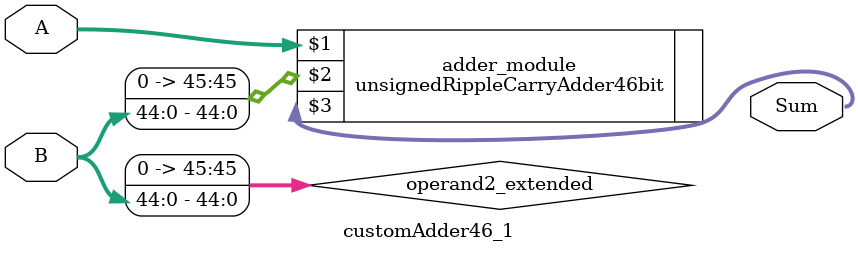
<source format=v>
module customAdder46_1(
                        input [45 : 0] A,
                        input [44 : 0] B,
                        
                        output [46 : 0] Sum
                );

        wire [45 : 0] operand2_extended;
        
        assign operand2_extended =  {1'b0, B};
        
        unsignedRippleCarryAdder46bit adder_module(
            A,
            operand2_extended,
            Sum
        );
        
        endmodule
        
</source>
